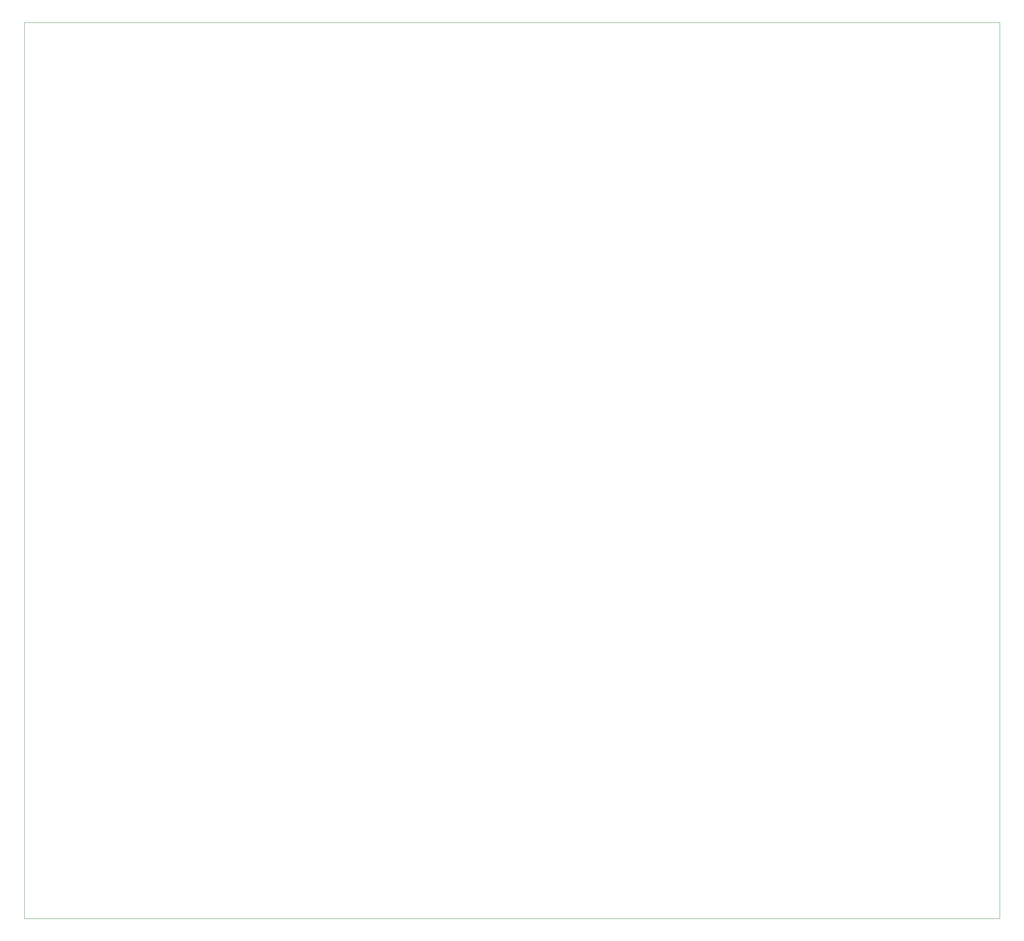
<source format=gbr>
%FSLAX34Y34*%
%MOMM*%
%LNOUTLINE*%
G71*
G01*
%ADD10C,0.002*%
%LPD*%
G54D10*
X-6350Y1117600D02*
X2233650Y1117600D01*
X2233650Y-942400D01*
X-6350Y-942400D01*
X-6350Y1117600D01*
M02*

</source>
